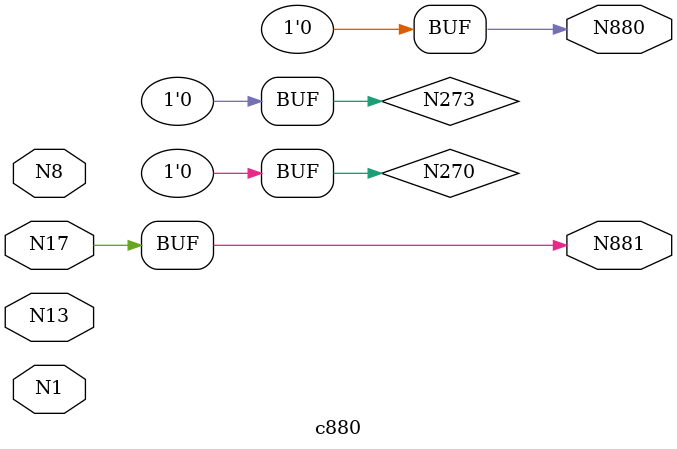
<source format=v>

module c880 (N1,N8,N13,N17,N880,N881);

input N1,N8,N13,N17;

output N880, N881;

wire N269,N270,N273;

not NOT1_29 (N269, N1);
and AND2_1 (N270, N1, N269);
and AND2_2 (N273, N270, N8);
buf BUFF1_79 (N880, N273);
buf BUFF1_80 (N881, N17);

endmodule
</source>
